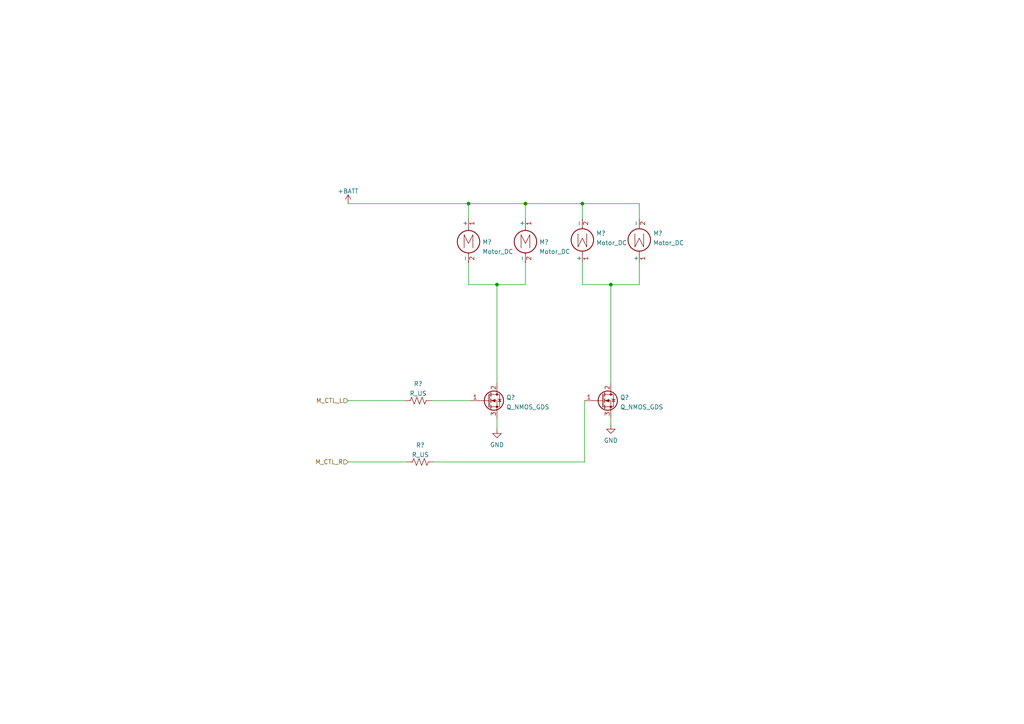
<source format=kicad_sch>
(kicad_sch (version 20211123) (generator eeschema)

  (uuid f06ab3d9-4761-4a40-aca4-f0ea0eba773d)

  (paper "A4")

  (lib_symbols
    (symbol "Device:Q_NMOS_GDS" (pin_names (offset 0) hide) (in_bom yes) (on_board yes)
      (property "Reference" "Q" (id 0) (at 5.08 1.27 0)
        (effects (font (size 1.27 1.27)) (justify left))
      )
      (property "Value" "Q_NMOS_GDS" (id 1) (at 5.08 -1.27 0)
        (effects (font (size 1.27 1.27)) (justify left))
      )
      (property "Footprint" "" (id 2) (at 5.08 2.54 0)
        (effects (font (size 1.27 1.27)) hide)
      )
      (property "Datasheet" "~" (id 3) (at 0 0 0)
        (effects (font (size 1.27 1.27)) hide)
      )
      (property "ki_keywords" "transistor NMOS N-MOS N-MOSFET" (id 4) (at 0 0 0)
        (effects (font (size 1.27 1.27)) hide)
      )
      (property "ki_description" "N-MOSFET transistor, gate/drain/source" (id 5) (at 0 0 0)
        (effects (font (size 1.27 1.27)) hide)
      )
      (symbol "Q_NMOS_GDS_0_1"
        (polyline
          (pts
            (xy 0.254 0)
            (xy -2.54 0)
          )
          (stroke (width 0) (type default) (color 0 0 0 0))
          (fill (type none))
        )
        (polyline
          (pts
            (xy 0.254 1.905)
            (xy 0.254 -1.905)
          )
          (stroke (width 0.254) (type default) (color 0 0 0 0))
          (fill (type none))
        )
        (polyline
          (pts
            (xy 0.762 -1.27)
            (xy 0.762 -2.286)
          )
          (stroke (width 0.254) (type default) (color 0 0 0 0))
          (fill (type none))
        )
        (polyline
          (pts
            (xy 0.762 0.508)
            (xy 0.762 -0.508)
          )
          (stroke (width 0.254) (type default) (color 0 0 0 0))
          (fill (type none))
        )
        (polyline
          (pts
            (xy 0.762 2.286)
            (xy 0.762 1.27)
          )
          (stroke (width 0.254) (type default) (color 0 0 0 0))
          (fill (type none))
        )
        (polyline
          (pts
            (xy 2.54 2.54)
            (xy 2.54 1.778)
          )
          (stroke (width 0) (type default) (color 0 0 0 0))
          (fill (type none))
        )
        (polyline
          (pts
            (xy 2.54 -2.54)
            (xy 2.54 0)
            (xy 0.762 0)
          )
          (stroke (width 0) (type default) (color 0 0 0 0))
          (fill (type none))
        )
        (polyline
          (pts
            (xy 0.762 -1.778)
            (xy 3.302 -1.778)
            (xy 3.302 1.778)
            (xy 0.762 1.778)
          )
          (stroke (width 0) (type default) (color 0 0 0 0))
          (fill (type none))
        )
        (polyline
          (pts
            (xy 1.016 0)
            (xy 2.032 0.381)
            (xy 2.032 -0.381)
            (xy 1.016 0)
          )
          (stroke (width 0) (type default) (color 0 0 0 0))
          (fill (type outline))
        )
        (polyline
          (pts
            (xy 2.794 0.508)
            (xy 2.921 0.381)
            (xy 3.683 0.381)
            (xy 3.81 0.254)
          )
          (stroke (width 0) (type default) (color 0 0 0 0))
          (fill (type none))
        )
        (polyline
          (pts
            (xy 3.302 0.381)
            (xy 2.921 -0.254)
            (xy 3.683 -0.254)
            (xy 3.302 0.381)
          )
          (stroke (width 0) (type default) (color 0 0 0 0))
          (fill (type none))
        )
        (circle (center 1.651 0) (radius 2.794)
          (stroke (width 0.254) (type default) (color 0 0 0 0))
          (fill (type none))
        )
        (circle (center 2.54 -1.778) (radius 0.254)
          (stroke (width 0) (type default) (color 0 0 0 0))
          (fill (type outline))
        )
        (circle (center 2.54 1.778) (radius 0.254)
          (stroke (width 0) (type default) (color 0 0 0 0))
          (fill (type outline))
        )
      )
      (symbol "Q_NMOS_GDS_1_1"
        (pin input line (at -5.08 0 0) (length 2.54)
          (name "G" (effects (font (size 1.27 1.27))))
          (number "1" (effects (font (size 1.27 1.27))))
        )
        (pin passive line (at 2.54 5.08 270) (length 2.54)
          (name "D" (effects (font (size 1.27 1.27))))
          (number "2" (effects (font (size 1.27 1.27))))
        )
        (pin passive line (at 2.54 -5.08 90) (length 2.54)
          (name "S" (effects (font (size 1.27 1.27))))
          (number "3" (effects (font (size 1.27 1.27))))
        )
      )
    )
    (symbol "Device:R_US" (pin_numbers hide) (pin_names (offset 0)) (in_bom yes) (on_board yes)
      (property "Reference" "R" (id 0) (at 2.54 0 90)
        (effects (font (size 1.27 1.27)))
      )
      (property "Value" "R_US" (id 1) (at -2.54 0 90)
        (effects (font (size 1.27 1.27)))
      )
      (property "Footprint" "" (id 2) (at 1.016 -0.254 90)
        (effects (font (size 1.27 1.27)) hide)
      )
      (property "Datasheet" "~" (id 3) (at 0 0 0)
        (effects (font (size 1.27 1.27)) hide)
      )
      (property "ki_keywords" "R res resistor" (id 4) (at 0 0 0)
        (effects (font (size 1.27 1.27)) hide)
      )
      (property "ki_description" "Resistor, US symbol" (id 5) (at 0 0 0)
        (effects (font (size 1.27 1.27)) hide)
      )
      (property "ki_fp_filters" "R_*" (id 6) (at 0 0 0)
        (effects (font (size 1.27 1.27)) hide)
      )
      (symbol "R_US_0_1"
        (polyline
          (pts
            (xy 0 -2.286)
            (xy 0 -2.54)
          )
          (stroke (width 0) (type default) (color 0 0 0 0))
          (fill (type none))
        )
        (polyline
          (pts
            (xy 0 2.286)
            (xy 0 2.54)
          )
          (stroke (width 0) (type default) (color 0 0 0 0))
          (fill (type none))
        )
        (polyline
          (pts
            (xy 0 -0.762)
            (xy 1.016 -1.143)
            (xy 0 -1.524)
            (xy -1.016 -1.905)
            (xy 0 -2.286)
          )
          (stroke (width 0) (type default) (color 0 0 0 0))
          (fill (type none))
        )
        (polyline
          (pts
            (xy 0 0.762)
            (xy 1.016 0.381)
            (xy 0 0)
            (xy -1.016 -0.381)
            (xy 0 -0.762)
          )
          (stroke (width 0) (type default) (color 0 0 0 0))
          (fill (type none))
        )
        (polyline
          (pts
            (xy 0 2.286)
            (xy 1.016 1.905)
            (xy 0 1.524)
            (xy -1.016 1.143)
            (xy 0 0.762)
          )
          (stroke (width 0) (type default) (color 0 0 0 0))
          (fill (type none))
        )
      )
      (symbol "R_US_1_1"
        (pin passive line (at 0 3.81 270) (length 1.27)
          (name "~" (effects (font (size 1.27 1.27))))
          (number "1" (effects (font (size 1.27 1.27))))
        )
        (pin passive line (at 0 -3.81 90) (length 1.27)
          (name "~" (effects (font (size 1.27 1.27))))
          (number "2" (effects (font (size 1.27 1.27))))
        )
      )
    )
    (symbol "Motor:Motor_DC" (pin_names (offset 0)) (in_bom yes) (on_board yes)
      (property "Reference" "M" (id 0) (at 2.54 2.54 0)
        (effects (font (size 1.27 1.27)) (justify left))
      )
      (property "Value" "Motor_DC" (id 1) (at 2.54 -5.08 0)
        (effects (font (size 1.27 1.27)) (justify left top))
      )
      (property "Footprint" "" (id 2) (at 0 -2.286 0)
        (effects (font (size 1.27 1.27)) hide)
      )
      (property "Datasheet" "~" (id 3) (at 0 -2.286 0)
        (effects (font (size 1.27 1.27)) hide)
      )
      (property "ki_keywords" "DC Motor" (id 4) (at 0 0 0)
        (effects (font (size 1.27 1.27)) hide)
      )
      (property "ki_description" "DC Motor" (id 5) (at 0 0 0)
        (effects (font (size 1.27 1.27)) hide)
      )
      (property "ki_fp_filters" "PinHeader*P2.54mm* TerminalBlock*" (id 6) (at 0 0 0)
        (effects (font (size 1.27 1.27)) hide)
      )
      (symbol "Motor_DC_0_0"
        (polyline
          (pts
            (xy -1.27 -3.302)
            (xy -1.27 0.508)
            (xy 0 -2.032)
            (xy 1.27 0.508)
            (xy 1.27 -3.302)
          )
          (stroke (width 0) (type default) (color 0 0 0 0))
          (fill (type none))
        )
      )
      (symbol "Motor_DC_0_1"
        (circle (center 0 -1.524) (radius 3.2512)
          (stroke (width 0.254) (type default) (color 0 0 0 0))
          (fill (type none))
        )
        (polyline
          (pts
            (xy 0 -7.62)
            (xy 0 -7.112)
          )
          (stroke (width 0) (type default) (color 0 0 0 0))
          (fill (type none))
        )
        (polyline
          (pts
            (xy 0 -4.7752)
            (xy 0 -5.1816)
          )
          (stroke (width 0) (type default) (color 0 0 0 0))
          (fill (type none))
        )
        (polyline
          (pts
            (xy 0 1.7272)
            (xy 0 2.0828)
          )
          (stroke (width 0) (type default) (color 0 0 0 0))
          (fill (type none))
        )
        (polyline
          (pts
            (xy 0 2.032)
            (xy 0 2.54)
          )
          (stroke (width 0) (type default) (color 0 0 0 0))
          (fill (type none))
        )
      )
      (symbol "Motor_DC_1_1"
        (pin passive line (at 0 5.08 270) (length 2.54)
          (name "+" (effects (font (size 1.27 1.27))))
          (number "1" (effects (font (size 1.27 1.27))))
        )
        (pin passive line (at 0 -7.62 90) (length 2.54)
          (name "-" (effects (font (size 1.27 1.27))))
          (number "2" (effects (font (size 1.27 1.27))))
        )
      )
    )
    (symbol "power:+BATT" (power) (pin_names (offset 0)) (in_bom yes) (on_board yes)
      (property "Reference" "#PWR" (id 0) (at 0 -3.81 0)
        (effects (font (size 1.27 1.27)) hide)
      )
      (property "Value" "+BATT" (id 1) (at 0 3.556 0)
        (effects (font (size 1.27 1.27)))
      )
      (property "Footprint" "" (id 2) (at 0 0 0)
        (effects (font (size 1.27 1.27)) hide)
      )
      (property "Datasheet" "" (id 3) (at 0 0 0)
        (effects (font (size 1.27 1.27)) hide)
      )
      (property "ki_keywords" "power-flag battery" (id 4) (at 0 0 0)
        (effects (font (size 1.27 1.27)) hide)
      )
      (property "ki_description" "Power symbol creates a global label with name \"+BATT\"" (id 5) (at 0 0 0)
        (effects (font (size 1.27 1.27)) hide)
      )
      (symbol "+BATT_0_1"
        (polyline
          (pts
            (xy -0.762 1.27)
            (xy 0 2.54)
          )
          (stroke (width 0) (type default) (color 0 0 0 0))
          (fill (type none))
        )
        (polyline
          (pts
            (xy 0 0)
            (xy 0 2.54)
          )
          (stroke (width 0) (type default) (color 0 0 0 0))
          (fill (type none))
        )
        (polyline
          (pts
            (xy 0 2.54)
            (xy 0.762 1.27)
          )
          (stroke (width 0) (type default) (color 0 0 0 0))
          (fill (type none))
        )
      )
      (symbol "+BATT_1_1"
        (pin power_in line (at 0 0 90) (length 0) hide
          (name "+BATT" (effects (font (size 1.27 1.27))))
          (number "1" (effects (font (size 1.27 1.27))))
        )
      )
    )
    (symbol "power:GND" (power) (pin_names (offset 0)) (in_bom yes) (on_board yes)
      (property "Reference" "#PWR" (id 0) (at 0 -6.35 0)
        (effects (font (size 1.27 1.27)) hide)
      )
      (property "Value" "GND" (id 1) (at 0 -3.81 0)
        (effects (font (size 1.27 1.27)))
      )
      (property "Footprint" "" (id 2) (at 0 0 0)
        (effects (font (size 1.27 1.27)) hide)
      )
      (property "Datasheet" "" (id 3) (at 0 0 0)
        (effects (font (size 1.27 1.27)) hide)
      )
      (property "ki_keywords" "power-flag" (id 4) (at 0 0 0)
        (effects (font (size 1.27 1.27)) hide)
      )
      (property "ki_description" "Power symbol creates a global label with name \"GND\" , ground" (id 5) (at 0 0 0)
        (effects (font (size 1.27 1.27)) hide)
      )
      (symbol "GND_0_1"
        (polyline
          (pts
            (xy 0 0)
            (xy 0 -1.27)
            (xy 1.27 -1.27)
            (xy 0 -2.54)
            (xy -1.27 -1.27)
            (xy 0 -1.27)
          )
          (stroke (width 0) (type default) (color 0 0 0 0))
          (fill (type none))
        )
      )
      (symbol "GND_1_1"
        (pin power_in line (at 0 0 270) (length 0) hide
          (name "GND" (effects (font (size 1.27 1.27))))
          (number "1" (effects (font (size 1.27 1.27))))
        )
      )
    )
  )

  (junction (at 177.165 82.55) (diameter 0) (color 0 0 0 0)
    (uuid 25c6981b-479d-4817-b890-bab7c0a4e576)
  )
  (junction (at 168.91 59.055) (diameter 0) (color 0 0 0 0)
    (uuid 37e3c4c3-317b-4b29-abe2-d5482f5f8a98)
  )
  (junction (at 152.4 59.055) (diameter 0) (color 0 0 0 0)
    (uuid 39d14615-9480-4d7a-9e4c-eb6e21db6c9f)
  )
  (junction (at 135.89 59.055) (diameter 0) (color 0 0 0 0)
    (uuid 3bb395cb-5b1a-426c-b118-829615ae8e63)
  )
  (junction (at 144.145 82.55) (diameter 0) (color 0 0 0 0)
    (uuid e0c44d9f-4f22-4348-9832-dbfd21effd00)
  )

  (wire (pts (xy 168.91 82.55) (xy 177.165 82.55))
    (stroke (width 0) (type default) (color 0 0 0 0))
    (uuid 00959e2e-a8f1-4c34-8aa4-16293c0f917a)
  )
  (wire (pts (xy 177.165 121.285) (xy 177.165 123.19))
    (stroke (width 0) (type default) (color 0 0 0 0))
    (uuid 02366f32-abe9-49a1-96a8-c2eae58f0897)
  )
  (wire (pts (xy 135.89 82.55) (xy 144.145 82.55))
    (stroke (width 0) (type default) (color 0 0 0 0))
    (uuid 05f7eaa4-745a-4d83-b51a-fb0645fdd95a)
  )
  (wire (pts (xy 125.73 133.985) (xy 169.545 133.985))
    (stroke (width 0) (type default) (color 0 0 0 0))
    (uuid 09049589-7894-4529-926d-aee73b6f4239)
  )
  (wire (pts (xy 152.4 59.055) (xy 152.4 63.5))
    (stroke (width 0) (type default) (color 0 0 0 0))
    (uuid 0a60527c-9898-4a3a-a1df-e48f0b936a6b)
  )
  (wire (pts (xy 185.42 82.55) (xy 185.42 76.2))
    (stroke (width 0) (type default) (color 0 0 0 0))
    (uuid 1e9f3c48-06d7-4db4-b18c-382de6d981fc)
  )
  (wire (pts (xy 177.165 82.55) (xy 185.42 82.55))
    (stroke (width 0) (type default) (color 0 0 0 0))
    (uuid 21dd33b9-70cb-45e8-9c71-d3b12b9e5874)
  )
  (wire (pts (xy 144.145 82.55) (xy 144.145 111.125))
    (stroke (width 0) (type default) (color 0 0 0 0))
    (uuid 2350078e-84d3-433f-a614-240e9ef8af62)
  )
  (wire (pts (xy 185.42 59.055) (xy 185.42 63.5))
    (stroke (width 0) (type default) (color 0 0 0 0))
    (uuid 357420ee-e0fe-4bec-a61c-d93e1c8ae725)
  )
  (wire (pts (xy 135.89 59.055) (xy 152.4 59.055))
    (stroke (width 0) (type default) (color 0 0 0 0))
    (uuid 3d12ca12-bfdf-42f4-90ed-00929fc9527c)
  )
  (wire (pts (xy 135.89 76.2) (xy 135.89 82.55))
    (stroke (width 0) (type default) (color 0 0 0 0))
    (uuid 4df75e91-7652-4142-8fc0-44ef17afab25)
  )
  (wire (pts (xy 169.545 133.985) (xy 169.545 116.205))
    (stroke (width 0) (type default) (color 0 0 0 0))
    (uuid 5859ee15-53b1-408e-a28e-a6bd53cc6623)
  )
  (wire (pts (xy 177.165 82.55) (xy 177.165 111.125))
    (stroke (width 0) (type default) (color 0 0 0 0))
    (uuid 5f372a73-0a22-4d30-840c-45d868408157)
  )
  (wire (pts (xy 144.145 82.55) (xy 152.4 82.55))
    (stroke (width 0) (type default) (color 0 0 0 0))
    (uuid 6ec791b5-2fa7-4a5d-b05a-edb3229032b5)
  )
  (wire (pts (xy 152.4 59.055) (xy 168.91 59.055))
    (stroke (width 0) (type default) (color 0 0 0 0))
    (uuid 784c26bf-9e0a-424e-a83e-120844d035cd)
  )
  (wire (pts (xy 135.89 59.055) (xy 135.89 63.5))
    (stroke (width 0) (type default) (color 0 0 0 0))
    (uuid 7aab2840-0cce-4106-be01-e35cb964f123)
  )
  (wire (pts (xy 100.965 59.055) (xy 135.89 59.055))
    (stroke (width 0) (type default) (color 0 0 0 0))
    (uuid 7f1055f3-2f11-434a-b26e-75b9314e6a4d)
  )
  (wire (pts (xy 100.965 133.985) (xy 118.11 133.985))
    (stroke (width 0) (type default) (color 0 0 0 0))
    (uuid 8a41088b-bcd3-4c4c-9988-30f2d0bdd049)
  )
  (wire (pts (xy 152.4 82.55) (xy 152.4 76.2))
    (stroke (width 0) (type default) (color 0 0 0 0))
    (uuid 962fc48e-1646-47af-888d-48455e60378f)
  )
  (wire (pts (xy 144.145 121.285) (xy 144.145 124.46))
    (stroke (width 0) (type default) (color 0 0 0 0))
    (uuid 988faceb-2b0b-48d1-a077-00ad9971eb27)
  )
  (wire (pts (xy 168.91 59.055) (xy 185.42 59.055))
    (stroke (width 0) (type default) (color 0 0 0 0))
    (uuid cb8f2ad4-3e7b-4ee8-80b5-90a4901fd06b)
  )
  (wire (pts (xy 168.91 59.055) (xy 168.91 63.5))
    (stroke (width 0) (type default) (color 0 0 0 0))
    (uuid d1e0ac5e-2297-420b-a0fe-c4b1124bee6c)
  )
  (wire (pts (xy 168.91 76.2) (xy 168.91 82.55))
    (stroke (width 0) (type default) (color 0 0 0 0))
    (uuid d7fd0601-2131-479a-a1b3-0e15253d3624)
  )
  (wire (pts (xy 100.965 116.205) (xy 117.475 116.205))
    (stroke (width 0) (type default) (color 0 0 0 0))
    (uuid f6132dd0-c28c-4bdc-86be-23b95f396f1a)
  )
  (wire (pts (xy 125.095 116.205) (xy 136.525 116.205))
    (stroke (width 0) (type default) (color 0 0 0 0))
    (uuid f843b980-6aef-4048-a47a-056532b87a65)
  )

  (hierarchical_label "M_CTL_R" (shape input) (at 100.965 133.985 180)
    (effects (font (size 1.27 1.27)) (justify right))
    (uuid 3b72db62-749f-4d1c-b9a0-d0c0db5565f2)
  )
  (hierarchical_label "M_CTL_L" (shape input) (at 100.965 116.205 180)
    (effects (font (size 1.27 1.27)) (justify right))
    (uuid dd3952aa-8514-44f5-bd3a-9210f170b9b1)
  )

  (symbol (lib_id "Device:R_US") (at 121.92 133.985 90) (unit 1)
    (in_bom yes) (on_board yes) (fields_autoplaced)
    (uuid 3f289bc7-c94a-4259-b87d-a3f77b1ab46e)
    (property "Reference" "R?" (id 0) (at 121.92 129.1295 90))
    (property "Value" "R_US" (id 1) (at 121.92 131.9046 90))
    (property "Footprint" "" (id 2) (at 122.174 132.969 90)
      (effects (font (size 1.27 1.27)) hide)
    )
    (property "Datasheet" "~" (id 3) (at 121.92 133.985 0)
      (effects (font (size 1.27 1.27)) hide)
    )
    (pin "1" (uuid 17c5c64c-0e3c-442c-853b-511a083de8d1))
    (pin "2" (uuid a3945d11-588b-482f-bb79-9d5fecd20bb6))
  )

  (symbol (lib_id "Motor:Motor_DC") (at 168.91 71.12 180) (unit 1)
    (in_bom yes) (on_board yes)
    (uuid 4b0f3519-f5de-44f0-b5a5-3facfd0d75cc)
    (property "Reference" "M?" (id 0) (at 172.9232 67.6715 0)
      (effects (font (size 1.27 1.27)) (justify right))
    )
    (property "Value" "Motor_DC" (id 1) (at 172.9232 70.4466 0)
      (effects (font (size 1.27 1.27)) (justify right))
    )
    (property "Footprint" "" (id 2) (at 168.91 68.834 0)
      (effects (font (size 1.27 1.27)) hide)
    )
    (property "Datasheet" "~" (id 3) (at 168.91 68.834 0)
      (effects (font (size 1.27 1.27)) hide)
    )
    (pin "1" (uuid 06ac45fc-955c-4849-b8e6-1167ab2919b1))
    (pin "2" (uuid d635fa21-2e87-4257-b38b-f49a415b2d8f))
  )

  (symbol (lib_id "Device:Q_NMOS_GDS") (at 174.625 116.205 0) (unit 1)
    (in_bom yes) (on_board yes) (fields_autoplaced)
    (uuid 4d4bdb96-43a2-46c8-8b25-5cfd1f2e4d12)
    (property "Reference" "Q?" (id 0) (at 179.832 115.2965 0)
      (effects (font (size 1.27 1.27)) (justify left))
    )
    (property "Value" "Q_NMOS_GDS" (id 1) (at 179.832 118.0716 0)
      (effects (font (size 1.27 1.27)) (justify left))
    )
    (property "Footprint" "" (id 2) (at 179.705 113.665 0)
      (effects (font (size 1.27 1.27)) hide)
    )
    (property "Datasheet" "~" (id 3) (at 174.625 116.205 0)
      (effects (font (size 1.27 1.27)) hide)
    )
    (pin "1" (uuid 326f9251-d922-4a66-9a43-1a3f40df9bc6))
    (pin "2" (uuid 1167ef81-5744-4700-a3be-01252fe5cdcb))
    (pin "3" (uuid 3b2fa509-f63e-4697-8d47-fb49e1272ad5))
  )

  (symbol (lib_id "Motor:Motor_DC") (at 152.4 68.58 0) (unit 1)
    (in_bom yes) (on_board yes) (fields_autoplaced)
    (uuid 4ffd57af-0e95-4779-9ce7-89ac1ba10bff)
    (property "Reference" "M?" (id 0) (at 156.4132 70.2115 0)
      (effects (font (size 1.27 1.27)) (justify left))
    )
    (property "Value" "Motor_DC" (id 1) (at 156.4132 72.9866 0)
      (effects (font (size 1.27 1.27)) (justify left))
    )
    (property "Footprint" "" (id 2) (at 152.4 70.866 0)
      (effects (font (size 1.27 1.27)) hide)
    )
    (property "Datasheet" "~" (id 3) (at 152.4 70.866 0)
      (effects (font (size 1.27 1.27)) hide)
    )
    (pin "1" (uuid 7cdcf3ad-39a8-4145-8398-28730d8c995f))
    (pin "2" (uuid 37e80173-b43b-47de-8f0f-11513fb355e9))
  )

  (symbol (lib_id "power:GND") (at 177.165 123.19 0) (unit 1)
    (in_bom yes) (on_board yes) (fields_autoplaced)
    (uuid 96f25220-2c3a-4b47-8849-281553f2bbe5)
    (property "Reference" "#PWR?" (id 0) (at 177.165 129.54 0)
      (effects (font (size 1.27 1.27)) hide)
    )
    (property "Value" "GND" (id 1) (at 177.165 127.7525 0))
    (property "Footprint" "" (id 2) (at 177.165 123.19 0)
      (effects (font (size 1.27 1.27)) hide)
    )
    (property "Datasheet" "" (id 3) (at 177.165 123.19 0)
      (effects (font (size 1.27 1.27)) hide)
    )
    (pin "1" (uuid 72c09869-36b9-4627-86a8-5c211014eafc))
  )

  (symbol (lib_id "power:GND") (at 144.145 124.46 0) (unit 1)
    (in_bom yes) (on_board yes) (fields_autoplaced)
    (uuid 98e49311-b024-412c-a82a-e83da23ff6d1)
    (property "Reference" "#PWR?" (id 0) (at 144.145 130.81 0)
      (effects (font (size 1.27 1.27)) hide)
    )
    (property "Value" "GND" (id 1) (at 144.145 129.0225 0))
    (property "Footprint" "" (id 2) (at 144.145 124.46 0)
      (effects (font (size 1.27 1.27)) hide)
    )
    (property "Datasheet" "" (id 3) (at 144.145 124.46 0)
      (effects (font (size 1.27 1.27)) hide)
    )
    (pin "1" (uuid b1060c67-8d71-4aba-bc35-7d7d91d2d7c1))
  )

  (symbol (lib_id "Motor:Motor_DC") (at 185.42 71.12 180) (unit 1)
    (in_bom yes) (on_board yes) (fields_autoplaced)
    (uuid ab3ccaf5-caed-47c7-b464-8a4f43eba60e)
    (property "Reference" "M?" (id 0) (at 189.4332 67.6715 0)
      (effects (font (size 1.27 1.27)) (justify right))
    )
    (property "Value" "Motor_DC" (id 1) (at 189.4332 70.4466 0)
      (effects (font (size 1.27 1.27)) (justify right))
    )
    (property "Footprint" "" (id 2) (at 185.42 68.834 0)
      (effects (font (size 1.27 1.27)) hide)
    )
    (property "Datasheet" "~" (id 3) (at 185.42 68.834 0)
      (effects (font (size 1.27 1.27)) hide)
    )
    (pin "1" (uuid 9d39ee7c-0e87-4e3a-a5b8-7c83bf410c59))
    (pin "2" (uuid 158cc8cd-2014-4311-b88b-3351a254076c))
  )

  (symbol (lib_id "power:+BATT") (at 100.965 59.055 0) (unit 1)
    (in_bom yes) (on_board yes) (fields_autoplaced)
    (uuid adfb0ca9-faa2-444d-ae5f-4d748b599288)
    (property "Reference" "#PWR?" (id 0) (at 100.965 62.865 0)
      (effects (font (size 1.27 1.27)) hide)
    )
    (property "Value" "+BATT" (id 1) (at 100.965 55.4505 0))
    (property "Footprint" "" (id 2) (at 100.965 59.055 0)
      (effects (font (size 1.27 1.27)) hide)
    )
    (property "Datasheet" "" (id 3) (at 100.965 59.055 0)
      (effects (font (size 1.27 1.27)) hide)
    )
    (pin "1" (uuid e681611f-3021-4a67-aef3-c2c01918fe53))
  )

  (symbol (lib_id "Motor:Motor_DC") (at 135.89 68.58 0) (unit 1)
    (in_bom yes) (on_board yes) (fields_autoplaced)
    (uuid b014e554-9e9d-40bd-8585-07305944adda)
    (property "Reference" "M?" (id 0) (at 139.9032 70.2115 0)
      (effects (font (size 1.27 1.27)) (justify left))
    )
    (property "Value" "Motor_DC" (id 1) (at 139.9032 72.9866 0)
      (effects (font (size 1.27 1.27)) (justify left))
    )
    (property "Footprint" "" (id 2) (at 135.89 70.866 0)
      (effects (font (size 1.27 1.27)) hide)
    )
    (property "Datasheet" "~" (id 3) (at 135.89 70.866 0)
      (effects (font (size 1.27 1.27)) hide)
    )
    (pin "1" (uuid f3e5de0c-ce35-4bb0-bb12-757372d31058))
    (pin "2" (uuid 15344a7d-68a2-463d-a737-973332ab5170))
  )

  (symbol (lib_id "Device:R_US") (at 121.285 116.205 90) (unit 1)
    (in_bom yes) (on_board yes) (fields_autoplaced)
    (uuid d48881e1-091c-414f-b47f-98ba8fd22946)
    (property "Reference" "R?" (id 0) (at 121.285 111.3495 90))
    (property "Value" "R_US" (id 1) (at 121.285 114.1246 90))
    (property "Footprint" "" (id 2) (at 121.539 115.189 90)
      (effects (font (size 1.27 1.27)) hide)
    )
    (property "Datasheet" "~" (id 3) (at 121.285 116.205 0)
      (effects (font (size 1.27 1.27)) hide)
    )
    (pin "1" (uuid 8c0821da-da0a-46d6-aad4-a0e804389733))
    (pin "2" (uuid 08ce549c-5550-4b9a-9eea-b6256a82944d))
  )

  (symbol (lib_id "Device:Q_NMOS_GDS") (at 141.605 116.205 0) (unit 1)
    (in_bom yes) (on_board yes) (fields_autoplaced)
    (uuid dae8c172-a0a3-4e44-afdf-35f23a0a8dd8)
    (property "Reference" "Q?" (id 0) (at 146.812 115.2965 0)
      (effects (font (size 1.27 1.27)) (justify left))
    )
    (property "Value" "Q_NMOS_GDS" (id 1) (at 146.812 118.0716 0)
      (effects (font (size 1.27 1.27)) (justify left))
    )
    (property "Footprint" "" (id 2) (at 146.685 113.665 0)
      (effects (font (size 1.27 1.27)) hide)
    )
    (property "Datasheet" "~" (id 3) (at 141.605 116.205 0)
      (effects (font (size 1.27 1.27)) hide)
    )
    (pin "1" (uuid 62a2379b-1c9c-4821-ac4e-b3d09611b750))
    (pin "2" (uuid d8b933a5-604c-45fb-82d9-e3cd57d011dc))
    (pin "3" (uuid 967eb6bc-2566-4666-a30e-9411a10e8e1f))
  )
)

</source>
